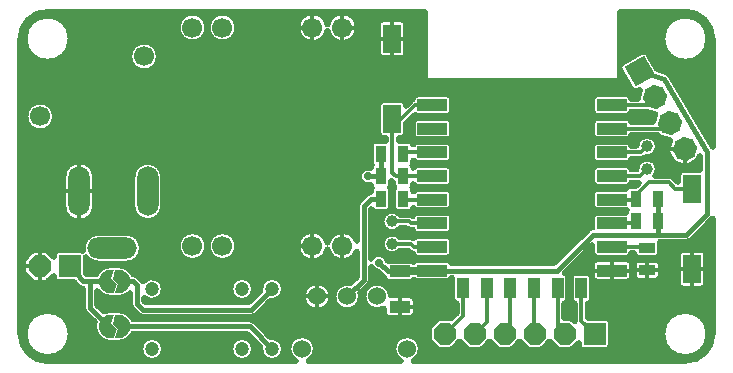
<source format=gbr>
G04 GENERATED BY PULSONIX 12.5 GERBER.DLL 9449*
G04 #@! TF.GenerationSoftware,Pulsonix,Pulsonix,12.5.9449*
G04 #@! TF.CreationDate,2025-04-26T21:18:15--1:00*
G04 #@! TF.Part,Single*
%FSLAX35Y35*%
%LPD*%
%MOMM*%
G04 #@! TF.FileFunction,Copper,L1,Top*
G04 #@! TF.FilePolarity,Positive*
G04 #@! TA.AperFunction,OtherCopper,Copper*
%ADD14C,0.50000*%
%ADD15C,0.30000*%
G04 #@! TA.AperFunction,Conductor*
%ADD16C,0.40640*%
G04 #@! TA.AperFunction,ViaPad*
%ADD17C,0.70000*%
G04 #@! TA.AperFunction,Conductor*
%ADD19C,0.20320*%
%ADD71C,0.63500*%
G04 #@! TA.AperFunction,ComponentPad*
%ADD79C,1.52400*%
%ADD83C,1.70000*%
G04 #@! TA.AperFunction,Conductor*
%ADD90C,0.30480*%
G04 #@! TA.AperFunction,ComponentPad*
%ADD91O,1.80000X4.20000*%
%ADD92O,4.20000X1.80000*%
G04 #@! TA.AperFunction,SMDPad,CuDef*
%ADD93R,2.50000X1.00000*%
%ADD94R,1.00000X1.80000*%
%ADD95R,0.90000X1.40000*%
G04 #@! TA.AperFunction,ComponentPad*
%ADD96C,1.20000*%
%AMT97*0 Rectangle Pad at angle 30*21,1,1.90500,1.90500,0,0,30*%
%ADD97T97*%
%AMT98*0 Octagon pad*4,1,8,-0.13457,1.02216,-0.81793,0.62762,-1.02216,-0.13457,-0.62762,-0.81793,0.13457,-1.02216,0.81793,-0.62762,1.02216,0.13457,0.62762,0.81793,-0.13457,1.02216,0*%
%ADD98T98*%
G04 #@! TA.AperFunction,SMDPad,CuDef*
%ADD99R,1.40000X0.90000*%
G04 #@! TA.AperFunction,ComponentPad*
%ADD100R,1.90500X1.90500*%
%AMT101*0 Octagon pad*4,1,8,0.39454,0.95250,-0.39454,0.95250,-0.95250,0.39454,-0.95250,-0.39454,-0.39454,-0.95250,0.39454,-0.95250,0.95250,-0.39454,0.95250,0.39454,0.39454,0.95250,0*%
%ADD101T101*%
G04 #@! TA.AperFunction,SMDPad,CuDef*
%ADD102C,0.00001*%
%ADD103R,1.80000X1.00000*%
%ADD104R,1.50000X2.40000*%
G04 #@! TA.AperFunction,TestPad*
%ADD105C,1.00000*%
G04 #@! TA.AperFunction,Conductor*
%ADD106C,0.15240*%
G04 #@! TD.AperFunction*
X0Y0D02*
D02*
D14*
X473925Y3015500D02*
Y515500D01*
G75*
G03*
X703925Y285500I230000J0D01*
G01*
X2804618D01*
G75*
G02*
X2742485Y388500I54307J103000D01*
G01*
G75*
G02*
X2975365I116440J0D01*
G01*
G75*
G02*
X2913232Y285500I-116440J0D01*
G01*
X3693618D01*
G75*
G02*
X3631485Y388500I54307J103000D01*
G01*
G75*
G02*
X3864365I116440J0D01*
G01*
G75*
G02*
X3802232Y285500I-116440J0D01*
G01*
X6103925D01*
G75*
G03*
X6333925Y515500I0J230000D01*
G01*
Y1492111D01*
G75*
G02*
X6330565Y1488496I-46001J39388D01*
G01*
X6156304Y1314235D01*
G75*
G02*
X6113300Y1296315I-43004J42640D01*
G01*
X5889778D01*
G75*
G02*
X5890165Y1290750I-39853J-5567D01*
G01*
Y1200750D01*
G75*
G02*
X5849925Y1160510I-40240J0D01*
G01*
X5709925D01*
G75*
G02*
X5669815Y1197520I0J40240D01*
G01*
X5646790D01*
G75*
G02*
X5606925Y1162760I-39865J5480D01*
G01*
X5356925D01*
G75*
G02*
X5316685Y1203000I0J40240D01*
G01*
Y1268366D01*
X5080610Y1032291D01*
G75*
G02*
X5112165Y993000I-8685J-39291D01*
G01*
Y813000D01*
G75*
G02*
X5077405Y773135I-40240J0D01*
G01*
Y650990D01*
X5120828D01*
G75*
G02*
X5149333Y639204I51J-40240D01*
G01*
X5166941Y621596D01*
G75*
G02*
X5166445Y629000I54984J7402D01*
G01*
Y773135D01*
G75*
G02*
X5131685Y813000I5480J39865D01*
G01*
Y993000D01*
G75*
G02*
X5171925Y1033240I40240J0D01*
G01*
X5271925D01*
G75*
G02*
X5312165Y993000I0J-40240D01*
G01*
Y813000D01*
G75*
G02*
X5277405Y773135I-40240J0D01*
G01*
Y651980D01*
X5278395Y650990D01*
X5430675D01*
G75*
G02*
X5470915Y610750I0J-40240D01*
G01*
Y420250D01*
G75*
G02*
X5430675Y380010I-40240J0D01*
G01*
X5240175D01*
G75*
G02*
X5199935Y420250I0J40240D01*
G01*
Y442398D01*
X5149333Y391796D01*
G75*
G02*
X5120828Y380010I-28454J28454D01*
G01*
X5042022D01*
G75*
G02*
X5013517Y391796I-51J40240D01*
G01*
X4957721Y447592D01*
G75*
G02*
X4954425Y451324I28455J28452D01*
G01*
G75*
G02*
X4951129Y447592I-31751J24720D01*
G01*
X4895333Y391796D01*
G75*
G02*
X4866828Y380010I-28454J28454D01*
G01*
X4788022D01*
G75*
G02*
X4759517Y391796I-51J40240D01*
G01*
X4703721Y447592D01*
G75*
G02*
X4700425Y451324I28455J28452D01*
G01*
G75*
G02*
X4697129Y447592I-31751J24720D01*
G01*
X4641333Y391796D01*
G75*
G02*
X4612828Y380010I-28454J28454D01*
G01*
X4534022D01*
G75*
G02*
X4505517Y391796I-51J40240D01*
G01*
X4449721Y447592D01*
G75*
G02*
X4446425Y451324I28455J28452D01*
G01*
G75*
G02*
X4443129Y447592I-31751J24720D01*
G01*
X4387333Y391796D01*
G75*
G02*
X4358828Y380010I-28454J28454D01*
G01*
X4280022D01*
G75*
G02*
X4251517Y391796I-51J40240D01*
G01*
X4195721Y447592D01*
G75*
G02*
X4192425Y451324I28455J28452D01*
G01*
G75*
G02*
X4189129Y447592I-31751J24720D01*
G01*
X4133333Y391796D01*
G75*
G02*
X4104828Y380010I-28454J28454D01*
G01*
X4026022D01*
G75*
G02*
X3997517Y391796I-51J40240D01*
G01*
X3941721Y447592D01*
G75*
G02*
X3929935Y476097I28454J28454D01*
G01*
Y554903D01*
G75*
G02*
X3941721Y583408I40240J51D01*
G01*
X3997517Y639204D01*
G75*
G02*
X4026022Y650990I28454J-28454D01*
G01*
X4104828D01*
G75*
G02*
X4119647Y648182I51J-40240D01*
G01*
X4166445Y694980D01*
Y773135D01*
G75*
G02*
X4131685Y813000I5480J39865D01*
G01*
Y992440D01*
X4125755D01*
G75*
G02*
X4086925Y962760I-38830J10560D01*
G01*
X3836925D01*
G75*
G02*
X3808276Y974743I1J40240D01*
G01*
G75*
G02*
X3774425Y956260I-33851J21757D01*
G01*
X3594425D01*
G75*
G02*
X3554371Y992635I0J40240D01*
G01*
G75*
G02*
X3539046Y1003860I27680J53864D01*
G01*
X3498550Y1044356D01*
G75*
G02*
X3443360Y1083440I11250J74394D01*
G01*
Y975875D01*
G75*
G02*
X3425440Y932871I-60560J0D01*
G01*
X3353071Y860502D01*
G75*
G02*
X3356365Y833000I-113146J-27500D01*
G01*
G75*
G02*
X3123485I-116440J0D01*
G01*
G75*
G02*
X3267427Y946146I116440J0D01*
G01*
X3322240Y1000959D01*
Y1212781D01*
G75*
G02*
X3073925Y1231733I-121315J46719D01*
G01*
G75*
G02*
X2816925Y1259500I-127000J27767D01*
G01*
G75*
G02*
X3073925Y1287267I130000J0D01*
G01*
G75*
G02*
X3322240Y1306219I127000J-27767D01*
G01*
Y1595000D01*
G75*
G02*
X3340160Y1638004I60560J0D01*
G01*
X3403296Y1701140D01*
G75*
G02*
X3440435Y1718775I43004J-42640D01*
G01*
Y1728500D01*
G75*
G02*
X3449343Y1753750I40240J0D01*
G01*
G75*
G02*
X3440440Y1778355I31332J25250D01*
G01*
G75*
G02*
X3339310Y1849000I-25890J70645D01*
G01*
G75*
G02*
X3440440Y1919645I75240J0D01*
G01*
G75*
G02*
X3449343Y1944250I40235J-645D01*
G01*
G75*
G02*
X3440435Y1969500I31332J25250D01*
G01*
Y2109500D01*
G75*
G02*
X3480675Y2149740I40240J0D01*
G01*
X3565445D01*
Y2174260D01*
X3545925D01*
G75*
G02*
X3505685Y2214500I0J40240D01*
G01*
Y2454500D01*
G75*
G02*
X3545925Y2494740I40240J0D01*
G01*
X3695925D01*
G75*
G02*
X3736165Y2454500I0J-40240D01*
G01*
Y2448825D01*
X3779421Y2492081D01*
G75*
G02*
X3796695Y2503886I39379J-39081D01*
G01*
G75*
G02*
X3836925Y2543240I40230J-886D01*
G01*
X4086925D01*
G75*
G02*
X4127165Y2503000I0J-40240D01*
G01*
Y2403000D01*
G75*
G02*
X4086925Y2362760I-40240J0D01*
G01*
X3836925D01*
G75*
G02*
X3814112Y2369852I1J40240D01*
G01*
X3739679Y2295419D01*
G75*
G02*
X3736165Y2292171I-39380J39080D01*
G01*
Y2214500D01*
G75*
G02*
X3695925Y2174260I-40240J0D01*
G01*
X3676405D01*
Y2149740D01*
X3761175D01*
G75*
G02*
X3800178Y2119399I0J-40240D01*
G01*
G75*
G02*
X3836925Y2143240I36747J-16399D01*
G01*
X4086925D01*
G75*
G02*
X4127165Y2103000I0J-40240D01*
G01*
Y2003000D01*
G75*
G02*
X4086925Y1962760I-40240J0D01*
G01*
X3836925D01*
G75*
G02*
X3801415Y1984071I0J40240D01*
G01*
Y1969500D01*
G75*
G02*
X3792507Y1944250I-40240J0D01*
G01*
G75*
G02*
X3801321Y1921751I-31332J-25250D01*
G01*
G75*
G02*
X3836925Y1943240I35604J-18751D01*
G01*
X4086925D01*
G75*
G02*
X4127165Y1903000I0J-40240D01*
G01*
Y1803000D01*
G75*
G02*
X4086925Y1762760I-40240J0D01*
G01*
X3836925D01*
G75*
G02*
X3801415Y1784071I0J40240D01*
G01*
Y1779000D01*
G75*
G02*
X3792507Y1753750I-40240J0D01*
G01*
G75*
G02*
X3801415Y1728500I-31332J-25250D01*
G01*
Y1721929D01*
G75*
G02*
X3836925Y1743240I35510J-18929D01*
G01*
X4086925D01*
G75*
G02*
X4127165Y1703000I0J-40240D01*
G01*
Y1603000D01*
G75*
G02*
X4086925Y1562760I-40240J0D01*
G01*
X3836925D01*
G75*
G02*
X3801211Y1584458I0J40240D01*
G01*
G75*
G02*
X3761175Y1548260I-40036J4042D01*
G01*
X3671175D01*
G75*
G02*
X3630935Y1588500I0J40240D01*
G01*
Y1728500D01*
G75*
G02*
X3639843Y1753750I40240J0D01*
G01*
G75*
G02*
X3630935Y1779000I31332J25250D01*
G01*
Y1797957D01*
G75*
G02*
X3613296Y1809919I21740J51043D01*
G01*
X3610915Y1812300D01*
Y1779000D01*
G75*
G02*
X3602007Y1753750I-40240J0D01*
G01*
G75*
G02*
X3610915Y1728500I-31332J-25250D01*
G01*
Y1588500D01*
G75*
G02*
X3570675Y1548260I-40240J0D01*
G01*
X3480675D01*
G75*
G02*
X3444441Y1570997I0J40240D01*
G01*
X3443360Y1569916D01*
Y1154060D01*
G75*
G02*
X3583231Y1135152I66440J-35310D01*
G01*
G75*
G02*
X3594425Y1136740I11193J-38652D01*
G01*
X3774425D01*
G75*
G02*
X3802843Y1124990I0J-40240D01*
G01*
X3803225D01*
G75*
G02*
X3836925Y1143240I33700J-21990D01*
G01*
X4086925D01*
G75*
G02*
X4125755Y1113560I0J-40240D01*
G01*
X4990591D01*
X5276546Y1399515D01*
G75*
G02*
X5316685Y1417367I43004J-42640D01*
G01*
Y1503000D01*
G75*
G02*
X5356925Y1543240I40240J0D01*
G01*
X5599778D01*
G75*
G02*
X5607965Y1562773I39897J-5240D01*
G01*
G75*
G02*
X5606925Y1562760I-1023J40227D01*
G01*
X5356925D01*
G75*
G02*
X5316685Y1603000I0J40240D01*
G01*
Y1703000D01*
G75*
G02*
X5356925Y1743240I40240J0D01*
G01*
X5602232D01*
G75*
G02*
X5639675Y1768740I37443J-14740D01*
G01*
X5684705D01*
X5713485Y1797520D01*
X5646790D01*
G75*
G02*
X5606925Y1762760I-39865J5480D01*
G01*
X5356925D01*
G75*
G02*
X5316685Y1803000I0J40240D01*
G01*
Y1903000D01*
G75*
G02*
X5356925Y1943240I40240J0D01*
G01*
X5606925D01*
G75*
G02*
X5646790Y1908480I0J-40240D01*
G01*
X5689775D01*
G75*
G02*
X5689685Y1912500I90150J4029D01*
G01*
G75*
G02*
X5870165I90240J0D01*
G01*
G75*
G02*
X5850966Y1856855I-90240J1D01*
G01*
X5961175D01*
G75*
G02*
X6000554Y1840456I0J-55480D01*
G01*
X6041030Y1799980D01*
X6045685D01*
Y1864500D01*
G75*
G02*
X6085925Y1904740I40240J0D01*
G01*
X6227365D01*
Y2021146D01*
X6222685Y2003680D01*
G75*
G02*
X6201537Y1976251I-43467J11647D01*
G01*
X6133563Y1937007D01*
G75*
G02*
X6099235Y1932406I-22682J38866D01*
G01*
X6023016Y1952829D01*
G75*
G02*
X5995587Y1973977I11647J43467D01*
G01*
X5956343Y2041951D01*
G75*
G02*
X5951742Y2076279I38866J22682D01*
G01*
X5972165Y2152498D01*
G75*
G02*
X5973324Y2156184I43468J-11643D01*
G01*
X5973260Y2156201D01*
X5897041Y2176624D01*
G75*
G02*
X5872069Y2195836I10622J39642D01*
G01*
X5871097Y2197520D01*
X5646790D01*
G75*
G02*
X5606925Y2162760I-39865J5480D01*
G01*
X5356925D01*
G75*
G02*
X5316685Y2203000I0J40240D01*
G01*
Y2303000D01*
G75*
G02*
X5356925Y2343240I40240J0D01*
G01*
X5606925D01*
G75*
G02*
X5646790Y2308480I0J-40240D01*
G01*
X5832119D01*
X5848990Y2371443D01*
G75*
G02*
X5850236Y2375315I39643J-10620D01*
G01*
G75*
G02*
X5846260Y2376172I6649J40499D01*
G01*
X5770041Y2396595D01*
G75*
G02*
X5767050Y2397520I10621J39642D01*
G01*
X5646790D01*
G75*
G02*
X5606925Y2362760I-39865J5480D01*
G01*
X5356925D01*
G75*
G02*
X5316685Y2403000I0J40240D01*
G01*
Y2503000D01*
G75*
G02*
X5356925Y2543240I40240J0D01*
G01*
X5606925D01*
G75*
G02*
X5646790Y2508480I0J-40240D01*
G01*
X5700355D01*
G75*
G02*
X5701567Y2515195I40854J-3907D01*
G01*
X5719589Y2582452D01*
X5702081Y2572344D01*
G75*
G02*
X5646019Y2587366I-20520J35542D01*
G01*
X5550769Y2752344D01*
G75*
G02*
X5546925Y2761329I35542J20520D01*
G01*
Y2683000D01*
G75*
G02*
X5521925Y2658000I-25000J0D01*
G01*
X3921925D01*
G75*
G02*
X3896925Y2683000I0J25000D01*
G01*
Y3245500D01*
X703925D01*
G75*
G03*
X473925Y3015500I0J-230000D01*
G01*
X6299165Y515500D02*
G75*
G02*
X5908685I-195240J0D01*
G01*
G75*
G02*
X6299165I195240J0D01*
G01*
X6040925Y1184500D02*
G75*
G02*
X6085925Y1229500I45000J0D01*
G01*
X6235925D01*
G75*
G02*
X6280925Y1184500I0J-45000D01*
G01*
Y944500D01*
G75*
G02*
X6235925Y899500I-45000J0D01*
G01*
X6085925D01*
G75*
G02*
X6040925Y944500I0J45000D01*
G01*
Y1184500D01*
X5664925Y1100250D02*
G75*
G02*
X5709925Y1145250I45000J0D01*
G01*
X5849925D01*
G75*
G02*
X5894925Y1100250I0J-45000D01*
G01*
Y1010250D01*
G75*
G02*
X5849925Y965250I-45000J0D01*
G01*
X5709925D01*
G75*
G02*
X5664925Y1010250I0J45000D01*
G01*
Y1100250D01*
X5311925Y1103000D02*
G75*
G02*
X5356925Y1148000I45000J0D01*
G01*
X5606925D01*
G75*
G02*
X5651925Y1103000I0J-45000D01*
G01*
Y1003000D01*
G75*
G02*
X5606925Y958000I-45000J0D01*
G01*
X5356925D01*
G75*
G02*
X5311925Y1003000I0J45000D01*
G01*
Y1103000D01*
X3610054Y841500D02*
X3774425D01*
G75*
G02*
X3819425Y796500I0J-45000D01*
G01*
Y696500D01*
G75*
G02*
X3774425Y651500I-45000J0D01*
G01*
X3594425D01*
G75*
G02*
X3549425Y696500I0J45000D01*
G01*
Y730638D01*
G75*
G02*
X3377485Y833000I-55500J102362D01*
G01*
G75*
G02*
X3610054Y841500I116440J0D01*
G01*
X3107125Y833000D02*
G75*
G02*
X2864725I-121200J0D01*
G01*
G75*
G02*
X3107125I121200J0D01*
G01*
X3796685Y2303000D02*
G75*
G02*
X3836925Y2343240I40240J0D01*
G01*
X4086925D01*
G75*
G02*
X4127165Y2303000I0J-40240D01*
G01*
Y2203000D01*
G75*
G02*
X4086925Y2162760I-40240J0D01*
G01*
X3836925D01*
G75*
G02*
X3796685Y2203000I0J40240D01*
G01*
Y2303000D01*
X3692095Y1332980D02*
X3779675D01*
G75*
G02*
X3804654Y1327039I1J-55480D01*
G01*
G75*
G02*
X3836925Y1343240I32271J-24039D01*
G01*
X4086925D01*
G75*
G02*
X4127165Y1303000I0J-40240D01*
G01*
Y1203000D01*
G75*
G02*
X4086925Y1162760I-40240J0D01*
G01*
X3836925D01*
G75*
G02*
X3796999Y1197986I0J40240D01*
G01*
G75*
G02*
X3764796Y1213919I7176J55014D01*
G01*
X3756695Y1222020D01*
X3692095D01*
G75*
G02*
X3530685Y1277500I-71170J55480D01*
G01*
G75*
G02*
X3692095Y1332980I90240J0D01*
G01*
Y1523480D02*
X3763800D01*
G75*
G02*
X3797688Y1511927I-1J-55480D01*
G01*
G75*
G02*
X3836925Y1543240I39237J-8927D01*
G01*
X4086925D01*
G75*
G02*
X4127165Y1503000I0J-40240D01*
G01*
Y1403000D01*
G75*
G02*
X4086925Y1362760I-40240J0D01*
G01*
X3836925D01*
G75*
G02*
X3797060Y1397520I0J40240D01*
G01*
X3778800D01*
G75*
G02*
X3740861Y1412520I0J55480D01*
G01*
X3692095D01*
G75*
G02*
X3530685Y1468000I-71170J55480D01*
G01*
G75*
G02*
X3692095Y1523480I90240J0D01*
G01*
X5316685Y2103000D02*
G75*
G02*
X5356925Y2143240I40240J0D01*
G01*
X5606925D01*
G75*
G02*
X5646790Y2108480I0J-40240D01*
G01*
X5689852D01*
G75*
G02*
X5870165Y2103000I90073J-5480D01*
G01*
G75*
G02*
X5768828Y2013445I-90240J0D01*
G01*
G75*
G02*
X5729925Y1997520I-38903J39555D01*
G01*
X5646790D01*
G75*
G02*
X5606925Y1962760I-39865J5480D01*
G01*
X5356925D01*
G75*
G02*
X5316685Y2003000I0J40240D01*
G01*
Y2103000D01*
X1395626Y2865000D02*
G75*
G02*
X1646106I125240J0D01*
G01*
G75*
G02*
X1395626I-125240J0D01*
G01*
X1421685Y1842000D02*
G75*
G02*
X1682165I130240J0D01*
G01*
Y1602000D01*
G75*
G02*
X1421685I-130240J0D01*
G01*
Y1842000D01*
X2056165Y1259500D02*
G75*
G02*
X1805685I-125240J0D01*
G01*
G75*
G02*
X2056165I125240J0D01*
G01*
Y3109500D02*
G75*
G02*
X1805685I-125240J0D01*
G01*
G75*
G02*
X2056165I125240J0D01*
G01*
X2310165Y1259500D02*
G75*
G02*
X2059685I-125240J0D01*
G01*
G75*
G02*
X2310165I125240J0D01*
G01*
X2451165Y896500D02*
G75*
G02*
X2250685I-100240J0D01*
G01*
G75*
G02*
X2451165I100240J0D01*
G01*
X2310165Y3109500D02*
G75*
G02*
X2059685I-125240J0D01*
G01*
G75*
G02*
X2310165I125240J0D01*
G01*
X2705165Y896500D02*
G75*
G02*
X2591264Y797195I-100240J0D01*
G01*
X2473304Y679235D01*
G75*
G02*
X2430300Y661315I-43004J42640D01*
G01*
X1509550D01*
G75*
G02*
X1466546Y679235I0J60560D01*
G01*
X1419285Y726496D01*
G75*
G02*
X1401365Y769500I42640J43004D01*
G01*
Y858385D01*
G75*
G02*
X1300136Y819760I-97320J103095D01*
G01*
X1278925D01*
G75*
G02*
X1271425Y820465I-1J40240D01*
G01*
G75*
G02*
X1263925Y819760I-7499J39535D01*
G01*
X1242714D01*
G75*
G02*
X1125610Y876118I-3909J141720D01*
G01*
Y762834D01*
X1181325Y707119D01*
G75*
G02*
X1242714Y719240I57480J-129599D01*
G01*
X1263925D01*
G75*
G02*
X1271425Y718535I1J-40240D01*
G01*
G75*
G02*
X1278925Y719240I7499J-39535D01*
G01*
X1300136D01*
G75*
G02*
X1431524Y639560I3909J-141720D01*
G01*
X2414425D01*
G75*
G02*
X2457429Y621640I0J-60560D01*
G01*
X2591264Y487805D01*
G75*
G02*
X2705165Y388500I13661J-99305D01*
G01*
G75*
G02*
X2504685I-100240J0D01*
G01*
G75*
G02*
X2505620Y402161I100240J2D01*
G01*
X2389341Y518440D01*
X1431524D01*
G75*
G02*
X1300136Y438760I-127479J62040D01*
G01*
X1278925D01*
G75*
G02*
X1271425Y439465I-1J40240D01*
G01*
G75*
G02*
X1263925Y438760I-7499J39535D01*
G01*
X1242714D01*
G75*
G02*
X1097106Y575872I-3909J141720D01*
G01*
G75*
G02*
X1097085Y577180I40219J1300D01*
G01*
Y577326D01*
Y580674D01*
Y580820D01*
G75*
G02*
X1097106Y582128I40240J8D01*
G01*
G75*
G02*
X1102092Y615064I141699J-4606D01*
G01*
X1022410Y694746D01*
G75*
G02*
X1004490Y737750I42640J43004D01*
G01*
Y899440D01*
X1001550D01*
G75*
G02*
X955918Y920185I0J60560D01*
G01*
X928509Y951510D01*
X795175D01*
G75*
G02*
X754935Y991750I0J40240D01*
G01*
Y1007166D01*
X707699Y959930D01*
G75*
G02*
X675722Y946750I-31820J31820D01*
G01*
X597128D01*
G75*
G02*
X565151Y959930I-157J45000D01*
G01*
X509355Y1015726D01*
G75*
G02*
X496175Y1047703I31820J31820D01*
G01*
Y1126297D01*
G75*
G02*
X509355Y1158274I45000J157D01*
G01*
X565151Y1214070D01*
G75*
G02*
X597128Y1227250I31820J-31820D01*
G01*
X675722D01*
G75*
G02*
X707699Y1214070I157J-45000D01*
G01*
X754935Y1166834D01*
Y1182250D01*
G75*
G02*
X795175Y1222490I40240J0D01*
G01*
X985675D01*
G75*
G02*
X1003891Y1218131I0J-40240D01*
G01*
G75*
G02*
X1131925Y1372240I128034J23869D01*
G01*
X1371925D01*
G75*
G02*
Y1111760I0J-130240D01*
G01*
X1131925D01*
G75*
G02*
X1025915Y1166341I0J130240D01*
G01*
Y1024120D01*
X1029030Y1020560D01*
X1057905D01*
G75*
G02*
X1072195I7145J-60560D01*
G01*
X1111326D01*
G75*
G02*
X1242714Y1100240I127479J-62040D01*
G01*
X1263925D01*
G75*
G02*
X1271425Y1099535I1J-40240D01*
G01*
G75*
G02*
X1278925Y1100240I7499J-39535D01*
G01*
X1300136D01*
G75*
G02*
X1431531Y1020545I3909J-141720D01*
G01*
G75*
G02*
X1473179Y1002640I-1356J-60545D01*
G01*
X1504565Y971254D01*
G75*
G02*
X1512574Y961450I-42639J-43005D01*
G01*
G75*
G02*
X1689165Y896500I76351J-64950D01*
G01*
G75*
G02*
X1522485Y821441I-100240J0D01*
G01*
Y794584D01*
X1534634Y782435D01*
X2405216D01*
X2505620Y882839D01*
G75*
G02*
X2504685Y896500I99305J13659D01*
G01*
G75*
G02*
X2705165I100240J0D01*
G01*
X1689165Y388500D02*
G75*
G02*
X1488685I-100240J0D01*
G01*
G75*
G02*
X1689165I100240J0D01*
G01*
X2451165D02*
G75*
G02*
X2250685I-100240J0D01*
G01*
G75*
G02*
X2451165I100240J0D01*
G01*
X899165Y515500D02*
G75*
G02*
X508685I-195240J0D01*
G01*
G75*
G02*
X899165I195240J0D01*
G01*
X3073925Y3137267D02*
G75*
G02*
X3330925Y3109500I127000J-27767D01*
G01*
G75*
G02*
X3073925Y3081733I-130000J0D01*
G01*
G75*
G02*
X2816925Y3109500I-127000J27767D01*
G01*
G75*
G02*
X3073925Y3137267I130000J0D01*
G01*
X3500925Y3134500D02*
G75*
G02*
X3545925Y3179500I45000J0D01*
G01*
X3695925D01*
G75*
G02*
X3740925Y3134500I0J-45000D01*
G01*
Y2894500D01*
G75*
G02*
X3695925Y2849500I-45000J0D01*
G01*
X3545925D01*
G75*
G02*
X3500925Y2894500I0J45000D01*
G01*
Y3134500D01*
X899165Y3015500D02*
G75*
G02*
X508685I-195240J0D01*
G01*
G75*
G02*
X899165I195240J0D01*
G01*
X515744Y2357000D02*
G75*
G02*
X766224I125240J0D01*
G01*
G75*
G02*
X515744I-125240J0D01*
G01*
X836925Y1842000D02*
G75*
G02*
X1106925I135000J0D01*
G01*
Y1602000D01*
G75*
G02*
X836925I-135000J0D01*
G01*
Y1842000D01*
X473925Y515500D02*
G36*
X473925Y515500D02*
G75*
G03*
X512167Y388500I230000J0D01*
G01*
X555636D01*
G75*
G02*
X508685Y515500I148289J127000D01*
G01*
X473925D01*
G37*
Y3015500D02*
G36*
X473925Y3015500D02*
Y2865000D01*
X579553D01*
G75*
G02*
X508685Y3015500I124372J150500D01*
G01*
G75*
G02*
X532803Y3109500I195240J0D01*
G01*
X494011D01*
G75*
G03*
X473925Y3015500I209914J-94001D01*
G01*
G37*
Y1265250D02*
G36*
X473925Y1265250D02*
Y1064500D01*
X496175D01*
Y1126297D01*
Y1126454D01*
G75*
G02*
X509355Y1158274I45000J0D01*
G01*
X565151Y1214070D01*
G75*
G02*
X597128Y1227250I31820J-31820D01*
G01*
X675722D01*
G75*
G02*
X707699Y1214070I157J-45000D01*
G01*
X754935Y1166834D01*
Y1182250D01*
G75*
G02*
X795175Y1222490I40240J0D01*
G01*
X985675D01*
G75*
G02*
X1003891Y1218131I0J-40240D01*
G01*
G75*
G02*
X1001685Y1242000I128034J23869D01*
G01*
G75*
G02*
X1003777Y1265250I130240J0D01*
G01*
X473925D01*
G37*
Y1064500D02*
G36*
X473925Y1064500D02*
Y800470D01*
X1004490D01*
Y899440D01*
X1001550D01*
G75*
G02*
X955918Y920185I0J60560D01*
G01*
X928509Y951510D01*
X795175D01*
G75*
G02*
X754935Y991750I0J40240D01*
G01*
Y1007166D01*
X707699Y959930D01*
G75*
G02*
X675722Y946750I-31820J31820D01*
G01*
X597128D01*
G75*
G02*
X565151Y959930I-157J45000D01*
G01*
X509355Y1015726D01*
G75*
G02*
X496175Y1047546I31820J31820D01*
G01*
Y1047703D01*
Y1064500D01*
X473925D01*
G37*
Y800470D02*
G36*
X473925Y800470D02*
Y515500D01*
X508685D01*
G75*
G02*
X899165I195240J0D01*
G01*
X1112799D01*
G75*
G02*
X1097106Y575872I126006J64979D01*
G01*
G75*
G02*
X1097085Y577172I40219J1300D01*
G01*
Y577180D01*
Y577253D01*
Y577326D01*
Y580674D01*
Y580747D01*
Y580820D01*
Y580828D01*
G75*
G02*
X1097106Y582128I40240J0D01*
G01*
G75*
G02*
X1102092Y615064I141699J-4606D01*
G01*
X1022410Y694746D01*
G75*
G02*
X1004490Y737750I42640J43004D01*
G01*
Y800470D01*
X473925D01*
G37*
X1025915Y1064500D02*
G36*
X1025915Y1064500D02*
Y1024120D01*
X1029030Y1020560D01*
X1057905D01*
G75*
G02*
X1072195I7145J-60560D01*
G01*
X1111326D01*
G75*
G02*
X1144634Y1064500I127479J-62039D01*
G01*
X1025915D01*
G37*
X1125610Y876118D02*
G36*
X1125610Y876118D02*
Y800470D01*
X1401365D01*
Y858385D01*
G75*
G02*
X1300136Y819760I-97320J103095D01*
G01*
X1278925D01*
G75*
G02*
X1271425Y820465I-1J40240D01*
G01*
G75*
G02*
X1263925Y819760I-7499J39535D01*
G01*
X1242714D01*
G75*
G02*
X1125610Y876118I-3909J141720D01*
G01*
G37*
X1522485Y821441D02*
G36*
X1522485Y821441D02*
Y800470D01*
X1560179D01*
G75*
G02*
X1522485Y821441I28746J96030D01*
G01*
G37*
X1430051Y515500D02*
G36*
X1430051Y515500D02*
X2392281D01*
X2389341Y518440D01*
X1431524D01*
G75*
G02*
X1430051Y515500I-127483J62032D01*
G01*
G37*
X1522485Y800470D02*
G36*
X1522485Y800470D02*
Y794584D01*
X1534634Y782435D01*
X2405216D01*
X2423251Y800470D01*
X2379670D01*
G75*
G02*
X2322180I-28745J96030D01*
G01*
X1617671D01*
G75*
G02*
X1560179I-28746J96030D01*
G01*
X1522485D01*
G37*
X852214Y388500D02*
G36*
X852214Y388500D02*
X1488685D01*
G75*
G02*
X1689165I100240J0D01*
G01*
X2250685D01*
G75*
G02*
X2451165I100240J0D01*
G01*
X2504685D01*
Y388502D01*
G75*
G02*
X2505620Y402161I100240J0D01*
G01*
X2392281Y515500D01*
X1430051D01*
G75*
G02*
X1300136Y438760I-126006J64980D01*
G01*
X1278925D01*
G75*
G02*
X1271425Y439465I-1J40240D01*
G01*
G75*
G02*
X1263925Y438760I-7499J39535D01*
G01*
X1242714D01*
G75*
G02*
X1112799Y515500I-3909J141720D01*
G01*
X899165D01*
G75*
G02*
X852214Y388500I-195240J0D01*
G01*
G37*
X512167D02*
G36*
X512167Y388500D02*
G75*
G03*
X703925Y285500I191758J127000D01*
G01*
X2804618D01*
G75*
G02*
X2742485Y388500I54307J103000D01*
G01*
X2705165D01*
G75*
G02*
X2504685I-100240J0D01*
G01*
X2451165D01*
G75*
G02*
X2250685I-100240J0D01*
G01*
X1689165D01*
G75*
G02*
X1488685I-100240J0D01*
G01*
X852214D01*
G75*
G02*
X555636I-148289J127000D01*
G01*
X512167D01*
G37*
X1398215Y1064500D02*
G36*
X1398215Y1064500D02*
G75*
G02*
X1431531Y1020545I-94170J-105980D01*
G01*
G75*
G02*
X1473179Y1002640I-1356J-60545D01*
G01*
X1504565Y971254D01*
G75*
G02*
X1512574Y961450I-42639J-43005D01*
G01*
G75*
G02*
X1689165Y896500I76351J-64950D01*
G01*
G75*
G02*
X1617671Y800470I-100240J0D01*
G01*
X2322180D01*
G75*
G02*
X2250685Y896500I28745J96030D01*
G01*
G75*
G02*
X2451165I100240J0D01*
G01*
G75*
G02*
X2379670Y800470I-100240J0D01*
G01*
X2423251D01*
X2505620Y882839D01*
G75*
G02*
X2504685Y896498I99305J13659D01*
G01*
Y896500D01*
G75*
G02*
X2705165I100240J0D01*
G01*
G75*
G02*
X2633671Y800470I-100240J0D01*
G01*
X2869172D01*
G75*
G02*
X2864725Y833000I116753J32530D01*
G01*
G75*
G02*
X3107125I121200J0D01*
G01*
G75*
G02*
X3102678Y800470I-121200J0D01*
G01*
X3128121D01*
G75*
G02*
X3123485Y833000I111804J32529D01*
G01*
G75*
G02*
X3267427Y946146I116440J0D01*
G01*
X3322240Y1000959D01*
Y1064500D01*
X1398215D01*
G37*
X1025915Y1166341D02*
G36*
X1025915Y1166341D02*
Y1064500D01*
X1144634D01*
G75*
G02*
X1242714Y1100240I94171J-105980D01*
G01*
X1263925D01*
G75*
G02*
X1271425Y1099535I1J-40240D01*
G01*
G75*
G02*
X1278925Y1100240I7499J-39535D01*
G01*
X1300136D01*
G75*
G02*
X1398215Y1064500I3909J-141720D01*
G01*
X3322240D01*
Y1212781D01*
G75*
G02*
X3073925Y1231733I-121315J46719D01*
G01*
G75*
G02*
X2816925Y1259500I-127000J27767D01*
G01*
G75*
G02*
X2817052Y1265250I130000J5D01*
G01*
X2310033D01*
G75*
G02*
X2310165Y1259500I-125108J-5749D01*
G01*
G75*
G02*
X2059685I-125240J0D01*
G01*
G75*
G02*
X2059817Y1265250I125240J1D01*
G01*
X2056033D01*
G75*
G02*
X2056165Y1259500I-125108J-5749D01*
G01*
G75*
G02*
X1805685I-125240J0D01*
G01*
G75*
G02*
X1805817Y1265250I125240J1D01*
G01*
X1500073D01*
G75*
G02*
X1502165Y1242000I-128148J-23250D01*
G01*
G75*
G02*
X1371925Y1111760I-130240J0D01*
G01*
X1131925D01*
G75*
G02*
X1025915Y1166341I0J130240D01*
G01*
G37*
X473925Y1460500D02*
G36*
X473925Y1460500D02*
Y1265250D01*
X1003777D01*
G75*
G02*
X1131925Y1372240I128148J-23250D01*
G01*
X1371925D01*
G75*
G02*
X1500073Y1265250I0J-130240D01*
G01*
X1805817D01*
G75*
G02*
X2056033I125108J-5750D01*
G01*
X2059817D01*
G75*
G02*
X2310033I125108J-5750D01*
G01*
X2817052D01*
G75*
G02*
X3073925Y1287267I129873J-5750D01*
G01*
G75*
G02*
X3322240Y1306219I127000J-27767D01*
G01*
Y1460500D01*
X473925D01*
G37*
Y1722000D02*
G36*
X473925Y1722000D02*
Y1460500D01*
X3322240D01*
Y1595000D01*
G75*
G02*
X3340160Y1638004I60560J0D01*
G01*
X3403296Y1701140D01*
G75*
G02*
X3440435Y1718775I43004J-42640D01*
G01*
Y1722000D01*
X1682165D01*
Y1602000D01*
G75*
G02*
X1421685I-130240J0D01*
G01*
Y1722000D01*
X1106925D01*
Y1602000D01*
G75*
G02*
X836925I-135000J0D01*
G01*
Y1722000D01*
X473925D01*
G37*
Y2078000D02*
G36*
X473925Y2078000D02*
Y1722000D01*
X836925D01*
Y1842000D01*
G75*
G02*
X1106925I135000J0D01*
G01*
Y1722000D01*
X1421685D01*
Y1842000D01*
G75*
G02*
X1682165I130240J0D01*
G01*
Y1722000D01*
X3440435D01*
Y1728500D01*
G75*
G02*
X3449343Y1753750I40240J0D01*
G01*
G75*
G02*
X3440440Y1778355I31332J25250D01*
G01*
G75*
G02*
X3339310Y1849000I-25890J70645D01*
G01*
G75*
G02*
X3440440Y1919645I75240J0D01*
G01*
G75*
G02*
X3449343Y1944250I40235J-645D01*
G01*
G75*
G02*
X3440435Y1969500I31332J25250D01*
G01*
Y2078000D01*
X473925D01*
G37*
X3443360Y1083440D02*
G36*
X3443360Y1083440D02*
Y1064500D01*
X3457666D01*
G75*
G02*
X3443360Y1083440I52133J54251D01*
G01*
G37*
X828297Y2865000D02*
G36*
X828297Y2865000D02*
X1395626D01*
G75*
G02*
X1646106I125240J0D01*
G01*
X3511943D01*
G75*
G02*
X3500925Y2894500I33982J29500D01*
G01*
Y3109500D01*
X3330925D01*
G75*
G02*
X3073925Y3081733I-130000J0D01*
G01*
G75*
G02*
X2816925Y3109500I-127000J27767D01*
G01*
X2310165D01*
G75*
G02*
X2059685I-125240J0D01*
G01*
X2056165D01*
G75*
G02*
X1805685I-125240J0D01*
G01*
X875047D01*
G75*
G02*
X899165Y3015500I-171122J-94000D01*
G01*
G75*
G02*
X828297Y2865000I-195240J0D01*
G01*
G37*
X473925Y2253000D02*
G36*
X473925Y2253000D02*
Y2078000D01*
X3440435D01*
Y2109500D01*
G75*
G02*
X3480675Y2149740I40240J0D01*
G01*
X3565445D01*
Y2174260D01*
X3545925D01*
G75*
G02*
X3505685Y2214500I0J40240D01*
G01*
Y2253000D01*
X710763D01*
G75*
G02*
X571205I-69779J104000D01*
G01*
X473925D01*
G37*
X3602007Y1753750D02*
G36*
X3602007Y1753750D02*
G75*
G02*
X3610915Y1728500I-31332J-25250D01*
G01*
Y1722000D01*
X3630935D01*
Y1728500D01*
G75*
G02*
X3639843Y1753750I40240J0D01*
G01*
G75*
G02*
X3630935Y1779000I31332J25250D01*
G01*
Y1797957D01*
G75*
G02*
X3613296Y1809919I21740J51043D01*
G01*
X3610915Y1812300D01*
Y1779000D01*
G75*
G02*
X3602007Y1753750I-40240J0D01*
G01*
G37*
X2913232Y285500D02*
G36*
X2913232Y285500D02*
X3693618D01*
G75*
G02*
X3631485Y388500I54307J103000D01*
G01*
X2975365D01*
G75*
G02*
X2913232Y285500I-116440J0D01*
G01*
G37*
X3801415Y1722000D02*
G36*
X3801415Y1722000D02*
Y1721929D01*
X3801453Y1722000D01*
X3801415D01*
G37*
X3729907Y2865000D02*
G36*
X3729907Y2865000D02*
X3896925D01*
Y3109500D01*
X3740925D01*
Y2894500D01*
G75*
G02*
X3729907Y2865000I-45000J0D01*
G01*
G37*
X494011Y3109500D02*
G36*
X494011Y3109500D02*
X532803D01*
G75*
G02*
X875047I171122J-94000D01*
G01*
X1805685D01*
G75*
G02*
X2056165I125240J0D01*
G01*
X2059685D01*
G75*
G02*
X2310165I125240J0D01*
G01*
X2816925D01*
G75*
G02*
X3073925Y3137267I130000J0D01*
G01*
G75*
G02*
X3330925Y3109500I127000J-27767D01*
G01*
X3500925D01*
Y3134500D01*
G75*
G02*
X3545925Y3179500I45000J0D01*
G01*
X3695925D01*
G75*
G02*
X3740925Y3134500I0J-45000D01*
G01*
Y3109500D01*
X3896925D01*
Y3245500D01*
X703925D01*
G75*
G03*
X494011Y3109500I0J-230000D01*
G01*
G37*
X2563569Y515500D02*
G36*
X2563569Y515500D02*
X2591264Y487805D01*
G75*
G02*
X2705165Y388500I13661J-99305D01*
G01*
X2742485D01*
G75*
G02*
X2975365I116440J0D01*
G01*
X3631485D01*
G75*
G02*
X3864365I116440J0D01*
G01*
X4001249D01*
G75*
G02*
X3997517Y391796I24720J31751D01*
G01*
X3941721Y447592D01*
G75*
G02*
X3929935Y476046I28454J28454D01*
G01*
Y476097D01*
Y515500D01*
X2563569D01*
G37*
X3351729Y800470D02*
G36*
X3351729Y800470D02*
X3382121D01*
G75*
G02*
X3377485Y833000I111804J32529D01*
G01*
G75*
G02*
X3610054Y841500I116440J0D01*
G01*
X3774425D01*
G75*
G02*
X3819250Y800470I0J-45000D01*
G01*
X4133686D01*
G75*
G02*
X4131685Y813000I38239J12531D01*
G01*
Y992440D01*
X4125755D01*
G75*
G02*
X4086925Y962760I-38830J10560D01*
G01*
X3836925D01*
G75*
G02*
X3808276Y974743I1J40240D01*
G01*
G75*
G02*
X3774425Y956260I-33851J21757D01*
G01*
X3594425D01*
G75*
G02*
X3554371Y992635I0J40240D01*
G01*
G75*
G02*
X3539046Y1003860I27680J53864D01*
G01*
X3498550Y1044356D01*
G75*
G02*
X3457666Y1064500I11250J74394D01*
G01*
X3443360D01*
Y975875D01*
G75*
G02*
X3425440Y932871I-60560J0D01*
G01*
X3353071Y860502D01*
G75*
G02*
X3356365Y833002I-113146J-27500D01*
G01*
Y833000D01*
G75*
G02*
X3351729Y800470I-116440J-1D01*
G01*
G37*
X1125610D02*
G36*
X1125610Y800470D02*
Y762834D01*
X1181325Y707119D01*
G75*
G02*
X1242714Y719240I57480J-129599D01*
G01*
X1263925D01*
G75*
G02*
X1271425Y718535I1J-40240D01*
G01*
G75*
G02*
X1278925Y719240I7499J-39535D01*
G01*
X1300136D01*
G75*
G02*
X1431524Y639560I3909J-141720D01*
G01*
X2414425D01*
G75*
G02*
X2457429Y621640I0J-60560D01*
G01*
X2563569Y515500D01*
X3929935D01*
Y554903D01*
Y554954D01*
G75*
G02*
X3941721Y583408I40240J0D01*
G01*
X3997517Y639204D01*
G75*
G02*
X4026022Y650990I28454J-28454D01*
G01*
X4104828D01*
G75*
G02*
X4119647Y648182I51J-40240D01*
G01*
X4166445Y694980D01*
Y773135D01*
G75*
G02*
X4133686Y800470I5480J39865D01*
G01*
X3819250D01*
G75*
G02*
X3819425Y796500I-44825J-3965D01*
G01*
Y696500D01*
G75*
G02*
X3774425Y651500I-45000J0D01*
G01*
X3594425D01*
G75*
G02*
X3549425Y696500I0J45000D01*
G01*
Y730638D01*
G75*
G02*
X3382121Y800470I-55500J102362D01*
G01*
X3351729D01*
G75*
G02*
X3128121I-111804J32530D01*
G01*
X3102678D01*
G75*
G02*
X2869172I-116753J32530D01*
G01*
X2633671D01*
G75*
G02*
X2591264Y797195I-28746J96030D01*
G01*
X2473304Y679235D01*
G75*
G02*
X2430300Y661315I-43004J42640D01*
G01*
X1509550D01*
G75*
G02*
X1466546Y679235I0J60560D01*
G01*
X1419285Y726496D01*
G75*
G02*
X1401365Y769500I42640J43004D01*
G01*
Y800470D01*
X1125610D01*
G37*
X4129601Y388500D02*
G36*
X4129601Y388500D02*
X4255249D01*
G75*
G02*
X4251517Y391796I24720J31751D01*
G01*
X4195721Y447592D01*
G75*
G02*
X4192425Y451324I28455J28452D01*
G01*
G75*
G02*
X4189129Y447592I-31751J24720D01*
G01*
X4133333Y391796D01*
G75*
G02*
X4129601Y388500I-28452J28455D01*
G01*
G37*
X4383601D02*
G36*
X4383601Y388500D02*
X4509249D01*
G75*
G02*
X4505517Y391796I24720J31751D01*
G01*
X4449721Y447592D01*
G75*
G02*
X4446425Y451324I28455J28452D01*
G01*
G75*
G02*
X4443129Y447592I-31751J24720D01*
G01*
X4387333Y391796D01*
G75*
G02*
X4383601Y388500I-28452J28455D01*
G01*
G37*
X4637601D02*
G36*
X4637601Y388500D02*
X4763249D01*
G75*
G02*
X4759517Y391796I24720J31751D01*
G01*
X4703721Y447592D01*
G75*
G02*
X4700425Y451324I28455J28452D01*
G01*
G75*
G02*
X4697129Y447592I-31751J24720D01*
G01*
X4641333Y391796D01*
G75*
G02*
X4637601Y388500I-28452J28455D01*
G01*
G37*
X4891601D02*
G36*
X4891601Y388500D02*
X5017249D01*
G75*
G02*
X5013517Y391796I24720J31751D01*
G01*
X4957721Y447592D01*
G75*
G02*
X4954425Y451324I28455J28452D01*
G01*
G75*
G02*
X4951129Y447592I-31751J24720D01*
G01*
X4895333Y391796D01*
G75*
G02*
X4891601Y388500I-28452J28455D01*
G01*
G37*
X3443360Y1265250D02*
G36*
X3443360Y1265250D02*
Y1154060D01*
G75*
G02*
X3583231Y1135152I66440J-35310D01*
G01*
G75*
G02*
X3594425Y1136740I11193J-38652D01*
G01*
X3774425D01*
G75*
G02*
X3802843Y1124990I0J-40240D01*
G01*
X3803225D01*
G75*
G02*
X3836925Y1143240I33700J-21990D01*
G01*
X4086925D01*
G75*
G02*
X4125755Y1113560I0J-40240D01*
G01*
X4990591D01*
X5142281Y1265250D01*
X4127165D01*
Y1203000D01*
G75*
G02*
X4086925Y1162760I-40240J0D01*
G01*
X3836925D01*
G75*
G02*
X3796999Y1197986I0J40240D01*
G01*
G75*
G02*
X3764796Y1213919I7176J55014D01*
G01*
X3756695Y1222020D01*
X3692095D01*
G75*
G02*
X3531520Y1265250I-71170J55480D01*
G01*
X3443360D01*
G37*
X5077405Y773135D02*
G36*
X5077405Y773135D02*
Y650990D01*
X5120828D01*
G75*
G02*
X5149333Y639204I51J-40240D01*
G01*
X5166941Y621596D01*
G75*
G02*
X5166445Y628998I54984J7402D01*
G01*
Y629000D01*
Y773135D01*
G75*
G02*
X5133686Y800470I5480J39865D01*
G01*
X5110164D01*
G75*
G02*
X5077405Y773135I-38239J12530D01*
G01*
G37*
X5145601Y388500D02*
G36*
X5145601Y388500D02*
X5215453D01*
G75*
G02*
X5199935Y420250I24722J31750D01*
G01*
Y442398D01*
X5149333Y391796D01*
G75*
G02*
X5145601Y388500I-28452J28455D01*
G01*
G37*
X5313569Y1265250D02*
G36*
X5313569Y1265250D02*
X5316685D01*
Y1268366D01*
X5313569Y1265250D01*
G37*
X3443360Y1460500D02*
G36*
X3443360Y1460500D02*
Y1265250D01*
X3531520D01*
G75*
G02*
X3530685Y1277500I89405J12248D01*
G01*
G75*
G02*
X3692095Y1332980I90240J0D01*
G01*
X3779675D01*
G75*
G02*
X3804654Y1327039I1J-55480D01*
G01*
G75*
G02*
X3836925Y1343240I32271J-24039D01*
G01*
X4086925D01*
G75*
G02*
X4127165Y1303000I0J-40240D01*
G01*
Y1265250D01*
X5142281D01*
X5276546Y1399515D01*
G75*
G02*
X5316685Y1417367I43004J-42640D01*
G01*
Y1460500D01*
X4127165D01*
Y1403000D01*
G75*
G02*
X4086925Y1362760I-40240J0D01*
G01*
X3836925D01*
G75*
G02*
X3797060Y1397520I0J40240D01*
G01*
X3778800D01*
G75*
G02*
X3740861Y1412520I0J55480D01*
G01*
X3692095D01*
G75*
G02*
X3530997Y1460500I-71170J55480D01*
G01*
X3443360D01*
G37*
Y1569916D02*
G36*
X3443360Y1569916D02*
Y1460500D01*
X3530997D01*
G75*
G02*
X3530685Y1468000I89928J7497D01*
G01*
G75*
G02*
X3692095Y1523480I90240J0D01*
G01*
X3763800D01*
G75*
G02*
X3797688Y1511927I-1J-55480D01*
G01*
G75*
G02*
X3836925Y1543240I39237J-8927D01*
G01*
X4086925D01*
G75*
G02*
X4127165Y1503000I0J-40240D01*
G01*
Y1460500D01*
X5316685D01*
Y1503000D01*
G75*
G02*
X5356925Y1543240I40240J0D01*
G01*
X5599778D01*
G75*
G02*
X5607965Y1562773I39897J-5240D01*
G01*
G75*
G02*
X5606925Y1562760I-1023J40227D01*
G01*
X5356925D01*
G75*
G02*
X5316685Y1603000I0J40240D01*
G01*
Y1703000D01*
G75*
G02*
X5321453Y1722000I40240J0D01*
G01*
X4122397D01*
G75*
G02*
X4127165Y1703000I-35472J-19000D01*
G01*
Y1603000D01*
G75*
G02*
X4086925Y1562760I-40240J0D01*
G01*
X3836925D01*
G75*
G02*
X3801211Y1584458I0J40240D01*
G01*
G75*
G02*
X3761175Y1548260I-40036J4042D01*
G01*
X3671175D01*
G75*
G02*
X3630935Y1588500I0J40240D01*
G01*
Y1722000D01*
X3610915D01*
Y1588500D01*
G75*
G02*
X3570675Y1548260I-40240J0D01*
G01*
X3480675D01*
G75*
G02*
X3444441Y1570997I0J40240D01*
G01*
X3443360Y1569916D01*
G37*
X473925Y2865000D02*
G36*
X473925Y2865000D02*
Y2253000D01*
X571205D01*
G75*
G02*
X515744Y2357000I69779J104000D01*
G01*
G75*
G02*
X766224I125240J0D01*
G01*
G75*
G02*
X710763Y2253000I-125240J0D01*
G01*
X3505685D01*
Y2454500D01*
G75*
G02*
X3545925Y2494740I40240J0D01*
G01*
X3695925D01*
G75*
G02*
X3736165Y2454500I0J-40240D01*
G01*
Y2448825D01*
X3779421Y2492081D01*
G75*
G02*
X3796695Y2503886I39379J-39081D01*
G01*
G75*
G02*
X3836925Y2543240I40230J-886D01*
G01*
X4086925D01*
G75*
G02*
X4127165Y2503000I0J-40240D01*
G01*
Y2403000D01*
G75*
G02*
X4086925Y2362760I-40240J0D01*
G01*
X3836925D01*
G75*
G02*
X3814112Y2369852I1J40240D01*
G01*
X3739679Y2295419D01*
G75*
G02*
X3736165Y2292171I-39380J39080D01*
G01*
Y2253000D01*
X3796685D01*
Y2303000D01*
G75*
G02*
X3836925Y2343240I40240J0D01*
G01*
X4086925D01*
G75*
G02*
X4127165Y2303000I0J-40240D01*
G01*
Y2253000D01*
X5316685D01*
Y2303000D01*
G75*
G02*
X5356925Y2343240I40240J0D01*
G01*
X5606925D01*
G75*
G02*
X5646790Y2308480I0J-40240D01*
G01*
X5832119D01*
X5848990Y2371443D01*
G75*
G02*
X5850236Y2375315I39643J-10620D01*
G01*
G75*
G02*
X5846260Y2376172I6649J40499D01*
G01*
X5770041Y2396595D01*
G75*
G02*
X5767050Y2397520I10621J39642D01*
G01*
X5646790D01*
G75*
G02*
X5606925Y2362760I-39865J5480D01*
G01*
X5356925D01*
G75*
G02*
X5316685Y2403000I0J40240D01*
G01*
Y2503000D01*
G75*
G02*
X5356925Y2543240I40240J0D01*
G01*
X5606925D01*
G75*
G02*
X5646790Y2508480I0J-40240D01*
G01*
X5700355D01*
G75*
G02*
X5701567Y2515195I40854J-3907D01*
G01*
X5719589Y2582452D01*
X5702081Y2572344D01*
G75*
G02*
X5646019Y2587366I-20520J35542D01*
G01*
X5550769Y2752344D01*
G75*
G02*
X5546925Y2761329I35542J20520D01*
G01*
Y2683000D01*
G75*
G02*
X5521925Y2658000I-25000J0D01*
G01*
X3921925D01*
G75*
G02*
X3896925Y2683000I0J25000D01*
G01*
Y2865000D01*
X3729907D01*
G75*
G02*
X3695925Y2849500I-33982J29500D01*
G01*
X3545925D01*
G75*
G02*
X3511943Y2865000I0J45000D01*
G01*
X1646106D01*
G75*
G02*
X1395626I-125240J0D01*
G01*
X828297D01*
G75*
G02*
X579553I-124372J150500D01*
G01*
X473925D01*
G37*
X5455397Y388500D02*
G36*
X5455397Y388500D02*
X5955636D01*
G75*
G02*
X5908685Y515500I148289J127000D01*
G01*
X5470915D01*
Y420250D01*
G75*
G02*
X5455397Y388500I-40240J0D01*
G01*
G37*
X3676405Y2174260D02*
G36*
X3676405Y2174260D02*
Y2149740D01*
X3761175D01*
G75*
G02*
X3800178Y2119399I0J-40240D01*
G01*
G75*
G02*
X3836925Y2143240I36747J-16399D01*
G01*
X4086925D01*
G75*
G02*
X4127165Y2103000I0J-40240D01*
G01*
Y2078000D01*
X5316685D01*
Y2103000D01*
G75*
G02*
X5356925Y2143240I40240J0D01*
G01*
X5606925D01*
G75*
G02*
X5646790Y2108480I0J-40240D01*
G01*
X5689852D01*
G75*
G02*
X5870165Y2103000I90073J-5480D01*
G01*
G75*
G02*
X5866633Y2078000I-90240J0D01*
G01*
X5952203D01*
X5972165Y2152498D01*
G75*
G02*
X5973324Y2156184I43468J-11643D01*
G01*
X5973260Y2156201D01*
X5897041Y2176624D01*
G75*
G02*
X5872069Y2195836I10622J39642D01*
G01*
X5871097Y2197520D01*
X5646790D01*
G75*
G02*
X5606925Y2162760I-39865J5480D01*
G01*
X5356925D01*
G75*
G02*
X5316685Y2203000I0J40240D01*
G01*
Y2253000D01*
X4127165D01*
Y2203000D01*
G75*
G02*
X4086925Y2162760I-40240J0D01*
G01*
X3836925D01*
G75*
G02*
X3796685Y2203000I0J40240D01*
G01*
Y2253000D01*
X3736165D01*
Y2214500D01*
G75*
G02*
X3695925Y2174260I-40240J0D01*
G01*
X3676405D01*
G37*
X3792507Y1944250D02*
G36*
X3792507Y1944250D02*
G75*
G02*
X3801321Y1921751I-31332J-25250D01*
G01*
G75*
G02*
X3836925Y1943240I35604J-18751D01*
G01*
X4086925D01*
G75*
G02*
X4127165Y1903000I0J-40240D01*
G01*
Y1803000D01*
G75*
G02*
X4086925Y1762760I-40240J0D01*
G01*
X3836925D01*
G75*
G02*
X3801415Y1784071I0J40240D01*
G01*
Y1779000D01*
G75*
G02*
X3792507Y1753750I-40240J0D01*
G01*
G75*
G02*
X3801415Y1728500I-31332J-25250D01*
G01*
Y1722000D01*
X3801453D01*
G75*
G02*
X3836925Y1743240I35472J-19000D01*
G01*
X4086925D01*
G75*
G02*
X4122397Y1722000I0J-40240D01*
G01*
X5321453D01*
G75*
G02*
X5356925Y1743240I35472J-19000D01*
G01*
X5602232D01*
G75*
G02*
X5639675Y1768740I37443J-14740D01*
G01*
X5684705D01*
X5713485Y1797520D01*
X5646790D01*
G75*
G02*
X5606925Y1762760I-39865J5480D01*
G01*
X5356925D01*
G75*
G02*
X5316685Y1803000I0J40240D01*
G01*
Y1903000D01*
G75*
G02*
X5356925Y1943240I40240J0D01*
G01*
X5606925D01*
G75*
G02*
X5646790Y1908480I0J-40240D01*
G01*
X5689775D01*
G75*
G02*
X5689685Y1912500I90150J4029D01*
G01*
G75*
G02*
X5870165I90240J0D01*
G01*
G75*
G02*
X5850966Y1856855I-90240J1D01*
G01*
X5961175D01*
G75*
G02*
X6000554Y1840456I0J-55480D01*
G01*
X6041030Y1799980D01*
X6045685D01*
Y1864500D01*
G75*
G02*
X6085925Y1904740I40240J0D01*
G01*
X6227365D01*
Y2021146D01*
X6222685Y2003680D01*
G75*
G02*
X6201537Y1976251I-43467J11647D01*
G01*
X6133563Y1937007D01*
G75*
G02*
X6099235Y1932406I-22682J38866D01*
G01*
X6023016Y1952829D01*
G75*
G02*
X5995587Y1973977I11647J43467D01*
G01*
X5956343Y2041951D01*
G75*
G02*
X5950209Y2064633I38866J22681D01*
G01*
G75*
G02*
X5951742Y2076279I45000J0D01*
G01*
X5952203Y2078000D01*
X5866633D01*
G75*
G02*
X5768828Y2013445I-86708J25000D01*
G01*
G75*
G02*
X5729925Y1997520I-38903J39555D01*
G01*
X5646790D01*
G75*
G02*
X5606925Y1962760I-39865J5480D01*
G01*
X5356925D01*
G75*
G02*
X5316685Y2003000I0J40240D01*
G01*
Y2078000D01*
X4127165D01*
Y2003000D01*
G75*
G02*
X4086925Y1962760I-40240J0D01*
G01*
X3836925D01*
G75*
G02*
X3801415Y1984071I0J40240D01*
G01*
Y1969500D01*
G75*
G02*
X3792507Y1944250I-40240J0D01*
G01*
G37*
X3802232Y285500D02*
G36*
X3802232Y285500D02*
X6103925D01*
G75*
G03*
X6295683Y388500I0J230000D01*
G01*
X6252214D01*
G75*
G02*
X5955636I-148289J127000D01*
G01*
X5455397D01*
G75*
G02*
X5430675Y380010I-24722J31750D01*
G01*
X5240175D01*
G75*
G02*
X5215453Y388500I0J40240D01*
G01*
X5145601D01*
G75*
G02*
X5120828Y380010I-24722J31750D01*
G01*
X5042022D01*
G75*
G02*
X5017249Y388500I-51J40240D01*
G01*
X4891601D01*
G75*
G02*
X4866828Y380010I-24722J31750D01*
G01*
X4788022D01*
G75*
G02*
X4763249Y388500I-51J40240D01*
G01*
X4637601D01*
G75*
G02*
X4612828Y380010I-24722J31750D01*
G01*
X4534022D01*
G75*
G02*
X4509249Y388500I-51J40240D01*
G01*
X4383601D01*
G75*
G02*
X4358828Y380010I-24722J31750D01*
G01*
X4280022D01*
G75*
G02*
X4255249Y388500I-51J40240D01*
G01*
X4129601D01*
G75*
G02*
X4104828Y380010I-24722J31750D01*
G01*
X4026022D01*
G75*
G02*
X4001249Y388500I-51J40240D01*
G01*
X3864365D01*
G75*
G02*
X3802232Y285500I-116440J0D01*
G01*
G37*
X6252214Y388500D02*
G36*
X6252214Y388500D02*
X6295683D01*
G75*
G03*
X6333925Y515500I-191758J127000D01*
G01*
X6299165D01*
G75*
G02*
X6252214Y388500I-195240J0D01*
G01*
G37*
X5277405Y773135D02*
G36*
X5277405Y773135D02*
Y651980D01*
X5278395Y650990D01*
X5430675D01*
G75*
G02*
X5470915Y610750I0J-40240D01*
G01*
Y515500D01*
X5908685D01*
G75*
G02*
X6299165I195240J0D01*
G01*
X6333925D01*
Y800470D01*
X5310164D01*
G75*
G02*
X5277405Y773135I-38239J12530D01*
G01*
G37*
X5080610Y1032291D02*
G36*
X5080610Y1032291D02*
G75*
G02*
X5112165Y993000I-8685J-39291D01*
G01*
Y813000D01*
G75*
G02*
X5110164Y800470I-40240J1D01*
G01*
X5133686D01*
G75*
G02*
X5131685Y813000I38239J12531D01*
G01*
Y993000D01*
G75*
G02*
X5171925Y1033240I40240J0D01*
G01*
X5271925D01*
G75*
G02*
X5312165Y993000I0J-40240D01*
G01*
Y813000D01*
G75*
G02*
X5310164Y800470I-40240J1D01*
G01*
X6333925D01*
Y1064500D01*
X6280925D01*
Y944500D01*
G75*
G02*
X6235925Y899500I-45000J0D01*
G01*
X6085925D01*
G75*
G02*
X6040925Y944500I0J45000D01*
G01*
Y1064500D01*
X5894925D01*
Y1010250D01*
G75*
G02*
X5849925Y965250I-45000J0D01*
G01*
X5709925D01*
G75*
G02*
X5664925Y1010250I0J45000D01*
G01*
Y1064500D01*
X5651925D01*
Y1003000D01*
G75*
G02*
X5606925Y958000I-45000J0D01*
G01*
X5356925D01*
G75*
G02*
X5311925Y1003000I0J45000D01*
G01*
Y1064500D01*
X5112819D01*
X5080610Y1032291D01*
G37*
X5112819Y1064500D02*
G36*
X5112819Y1064500D02*
X5311925D01*
Y1103000D01*
G75*
G02*
X5356925Y1148000I45000J0D01*
G01*
X5606925D01*
G75*
G02*
X5651925Y1103000I0J-45000D01*
G01*
Y1064500D01*
X5664925D01*
Y1100250D01*
G75*
G02*
X5709925Y1145250I45000J0D01*
G01*
X5849925D01*
G75*
G02*
X5894925Y1100250I0J-45000D01*
G01*
Y1064500D01*
X6040925D01*
Y1184500D01*
G75*
G02*
X6085925Y1229500I45000J0D01*
G01*
X6235925D01*
G75*
G02*
X6280925Y1184500I0J-45000D01*
G01*
Y1064500D01*
X6333925D01*
Y1265250D01*
X5890165D01*
Y1200750D01*
G75*
G02*
X5849925Y1160510I-40240J0D01*
G01*
X5709925D01*
G75*
G02*
X5669815Y1197520I0J40240D01*
G01*
X5646790D01*
G75*
G02*
X5606925Y1162760I-39865J5480D01*
G01*
X5356925D01*
G75*
G02*
X5316685Y1203000I0J40240D01*
G01*
Y1265250D01*
X5313569D01*
X5112819Y1064500D01*
G37*
X5889778Y1296315D02*
G36*
X5889778Y1296315D02*
G75*
G02*
X5890165Y1290750I-39853J-5567D01*
G01*
Y1265250D01*
X6333925D01*
Y1460500D01*
X6302569D01*
X6156304Y1314235D01*
G75*
G02*
X6113300Y1296315I-43004J42640D01*
G01*
X5889778D01*
G37*
X6302569Y1460500D02*
G36*
X6302569Y1460500D02*
X6333925D01*
Y1492111D01*
G75*
G02*
X6330565Y1488496I-46001J39388D01*
G01*
X6302569Y1460500D01*
G37*
X5546925Y3245500D02*
Y2784399D01*
G75*
G02*
X5565791Y2808406I39386J-11535D01*
G01*
X5730769Y2903656D01*
G75*
G02*
X5786831Y2888634I20520J-35542D01*
G01*
X5863311Y2756166D01*
X5940610Y2732382D01*
G75*
G02*
X5975027Y2705157I-17810J-57882D01*
G01*
X6333925Y2096592D01*
Y3015500D01*
G75*
G03*
X6103925Y3245500I-230000J0D01*
G01*
X5546925D01*
X6299165Y3015500D02*
G75*
G02*
X5908685I-195240J0D01*
G01*
G75*
G02*
X6299165I195240J0D01*
G01*
X5546925D02*
G36*
X5546925Y3015500D02*
Y2784399D01*
G75*
G02*
X5565791Y2808406I39386J-11535D01*
G01*
X5730769Y2903656D01*
G75*
G02*
X5786831Y2888634I20520J-35542D01*
G01*
X5863311Y2756166D01*
X5940610Y2732382D01*
G75*
G02*
X5975027Y2705157I-17810J-57882D01*
G01*
X6333925Y2096592D01*
Y3015500D01*
X6299165D01*
G75*
G02*
X5908685I-195240J0D01*
G01*
X5546925D01*
G37*
Y3245500D02*
G36*
X5546925Y3245500D02*
Y3015500D01*
X5908685D01*
G75*
G02*
X6299165I195240J0D01*
G01*
X6333925D01*
G75*
G03*
X6103925Y3245500I-230000J0D01*
G01*
X5546925D01*
G37*
D02*
D15*
X556175Y1087000D02*
X496175D01*
X636425Y1006750D02*
Y946750D01*
Y1167250D02*
Y1227250D01*
X896925Y1722000D02*
X836925D01*
X971925Y1527000D02*
Y1467000D01*
Y1917000D02*
Y1977000D01*
X1046925Y1722000D02*
X1106925D01*
X2876925Y1259500D02*
X2816925D01*
X2876925Y3109500D02*
X2816925D01*
X2924725Y833000D02*
X2864725D01*
X2946925Y1189500D02*
Y1129500D01*
Y1329500D02*
Y1389500D01*
Y3039500D02*
Y2979500D01*
Y3179500D02*
Y3239500D01*
X2985925Y771800D02*
Y711800D01*
Y894200D02*
Y954200D01*
X3047125Y833000D02*
X3107125D01*
X3200925Y1189500D02*
Y1129500D01*
Y1329500D02*
Y1389500D01*
Y3039500D02*
Y2979500D01*
Y3179500D02*
Y3239500D01*
X3270925Y3109500D02*
X3330925D01*
X3560925Y3014500D02*
X3500925D01*
X3620925Y2909500D02*
Y2849500D01*
Y3119500D02*
Y3179500D01*
X3680925Y3014500D02*
X3740925D01*
X3684425Y711500D02*
Y651500D01*
Y781500D02*
Y841500D01*
X3759425Y746500D02*
X3819425D01*
X5371925Y1053000D02*
X5311925D01*
X5481925Y1018000D02*
Y958000D01*
Y1088000D02*
Y1148000D01*
X5591925Y1053000D02*
X5651925D01*
X5724925Y1055250D02*
X5664925D01*
X5779925Y1025250D02*
Y965250D01*
Y1085250D02*
Y1145250D01*
X5834925Y1055250D02*
X5894925D01*
X6013815Y2078089D02*
X5937227D01*
X6097425Y1994479D02*
Y1917891D01*
X6100925Y1064500D02*
X6040925D01*
X6160925Y959500D02*
Y899500D01*
Y1169500D02*
Y1229500D01*
X6220925Y1064500D02*
X6280925D01*
D02*
D16*
X1065050Y960000D02*
X1001550D01*
X890425Y1087000D01*
X1160300Y642500D02*
X1065050Y737750D01*
Y960000D01*
X1176175D02*
X1065050D01*
X1350800D02*
X1430175D01*
X1461925Y928250D01*
Y769500D01*
X1509550Y721875D01*
X2430300D01*
X2604925Y896500D01*
X1366675Y579000D02*
X2414425D01*
X2604925Y388500D01*
X3525675Y1658500D02*
X3446300D01*
X3382800Y1595000D01*
Y975875D01*
X3239925Y833000D01*
X3525675Y1849000D02*
X3414550D01*
X3525675Y2039500D02*
Y1849000D01*
X3684425Y1046500D02*
X3582050D01*
X3509800Y1118750D01*
X5859300Y1356875D02*
X5875175Y1372750D01*
Y1468000D01*
X5859300Y1356875D02*
X6113300D01*
X6287925Y1531500D01*
Y2055375D01*
X5922800Y2674500D01*
X5716425Y2738000D01*
X5859300Y1356875D02*
X5319550D01*
X5015675Y1053000D01*
X3961925D01*
X5875175Y1658500D02*
Y1468000D01*
D02*
D17*
X530925Y1358500D03*
Y2057000D03*
X1038925Y342500D03*
X1165925Y3200000D03*
X1483425D03*
X2308925Y2247500D03*
X2753425D03*
X3197925D03*
X3414550Y1849000D03*
X3509800Y1118750D03*
X4721925Y1422000D03*
Y1930000D03*
Y2438000D03*
X5547425Y660000D03*
X5674425Y3073000D03*
X5737925Y660000D03*
D02*
D19*
X1238925Y579000D02*
X1160300Y642500D01*
X1238925Y960000D02*
X1176175D01*
X1303925D02*
X1350800D01*
D02*
D71*
X3961925Y1053000D02*
X3690925D01*
X3684425Y1046500D01*
D02*
D79*
X2858925Y388500D03*
X2985925Y833000D03*
X3239925D03*
X3493925D03*
X3747925Y388500D03*
D02*
D83*
X640984Y2357000D03*
X1520866Y2865000D03*
X1930925Y1259500D03*
Y3109500D03*
X2184925Y1259500D03*
Y3109500D03*
X2946925Y1259500D03*
Y3109500D03*
X3200925Y1259500D03*
Y3109500D03*
D02*
D90*
X3620925Y2334500D02*
X3700300D01*
X3818800Y2453000D01*
X3961925D01*
X3620925Y2334500D02*
Y1880750D01*
X3652675Y1849000D01*
X3716175D01*
X3961925Y1253000D02*
X3804175D01*
X3779675Y1277500D01*
X3620925D01*
X3961925Y1453000D02*
X3778800D01*
X3763800Y1468000D01*
X3620925D01*
X3961925Y1653000D02*
X3721675D01*
X3716175Y1658500D01*
X3961925Y1853000D02*
X3720175D01*
X3716175Y1849000D01*
X3961925Y2053000D02*
X3729675D01*
X3716175Y2039500D01*
X4221925Y903000D02*
Y672000D01*
X4065425Y515500D01*
X4421925Y903000D02*
Y618000D01*
X4319425Y515500D01*
X4621925Y903000D02*
Y564000D01*
X4573425Y515500D01*
X4821925Y903000D02*
Y521000D01*
X4827425Y515500D01*
X5021925Y903000D02*
Y575000D01*
X5081425Y515500D01*
X5221925Y903000D02*
Y629000D01*
X5335425Y515500D01*
X5481925Y1253000D02*
X5772675D01*
X5779925Y1245750D01*
X5481925Y1453000D02*
X5669675D01*
X5684675Y1468000D01*
X5481925Y1653000D02*
X5679175D01*
X5684675Y1658500D01*
X5481925Y1853000D02*
X5720425D01*
X5779925Y1912500D01*
X5481925Y2053000D02*
X5729925D01*
X5779925Y2103000D01*
X5481925Y2253000D02*
X5925366D01*
X5970425Y2298059D01*
X5481925Y2453000D02*
X5778395D01*
X5843425Y2518030D01*
X5684675Y1658500D02*
Y1690250D01*
X5795800Y1801375D01*
X5961175D01*
X6018050Y1744500D01*
X6160925D01*
D02*
D91*
X971925Y1722000D03*
X1551925D03*
D02*
D92*
X1251925Y1242000D03*
D02*
D93*
X3961925Y1053000D03*
Y1253000D03*
Y1453000D03*
Y1653000D03*
Y1853000D03*
Y2053000D03*
Y2253000D03*
Y2453000D03*
X5481925Y1053000D03*
Y1253000D03*
Y1453000D03*
Y1653000D03*
Y1853000D03*
Y2053000D03*
Y2253000D03*
Y2453000D03*
D02*
D94*
X4221925Y903000D03*
X4421925D03*
X4621925D03*
X4821925D03*
X5021925D03*
X5221925D03*
D02*
D95*
X3525675Y1658500D03*
Y1849000D03*
Y2039500D03*
X3716175Y1658500D03*
Y1849000D03*
Y2039500D03*
X5684675Y1468000D03*
Y1658500D03*
X5875175Y1468000D03*
Y1658500D03*
D02*
D96*
X1588925Y388500D03*
Y896500D03*
X2350925Y388500D03*
Y896500D03*
X2604925Y388500D03*
Y896500D03*
D02*
D97*
X5716425Y2738000D03*
D02*
D98*
X5843425Y2518030D03*
X5970425Y2298059D03*
X6097425Y2078089D03*
D02*
D99*
X5779925Y1055250D03*
Y1245750D03*
D02*
D100*
X890425Y1087000D03*
X5335425Y515500D03*
D02*
D101*
X636425Y1087000D03*
X4065425Y515500D03*
X4319425D03*
X4573425D03*
X4827425D03*
X5081425D03*
D02*
D102*
X1263925Y679000D02*
G36*
X1263925Y679000D02*
X1238925Y604000D01*
X1288925Y554000D01*
X1263925Y479000D01*
X1242105D01*
G75*
G02*
X1137325Y577180I-3300J101480D01*
G01*
Y580820D01*
G75*
G02*
X1242105Y679000I101480J-3300D01*
G01*
X1263925D01*
G37*
Y1060000D02*
G36*
X1263925Y1060000D02*
X1238925Y985000D01*
X1288925Y935000D01*
X1263925Y860000D01*
X1242105D01*
G75*
G02*
X1137325Y958180I-3300J101480D01*
G01*
Y961820D01*
G75*
G02*
X1242105Y1060000I101480J-3300D01*
G01*
X1263925D01*
G37*
X1278925Y479000D02*
G36*
X1278925Y479000D02*
X1303925Y554000D01*
X1253925Y604000D01*
X1278925Y679000D01*
X1300745D01*
G75*
G02*
X1405525Y580820I3300J-101480D01*
G01*
Y577180D01*
G75*
G02*
X1300745Y479000I-101480J3300D01*
G01*
X1278925D01*
G37*
Y860000D02*
G36*
X1278925Y860000D02*
X1303925Y935000D01*
X1253925Y985000D01*
X1278925Y1060000D01*
X1300745D01*
G75*
G02*
X1405525Y961820I3300J-101480D01*
G01*
Y958180D01*
G75*
G02*
X1300745Y860000I-101480J3300D01*
G01*
X1278925D01*
G37*
D02*
D103*
X3684425Y746500D03*
Y1046500D03*
D02*
D104*
X3620925Y2334500D03*
Y3014500D03*
X6160925Y1064500D03*
Y1744500D03*
D02*
D105*
X3620925Y1277500D03*
Y1468000D03*
X5779925Y1912500D03*
Y2103000D03*
D02*
D106*
X1303925Y579000D02*
X1366675D01*
X0Y0D02*
M02*

</source>
